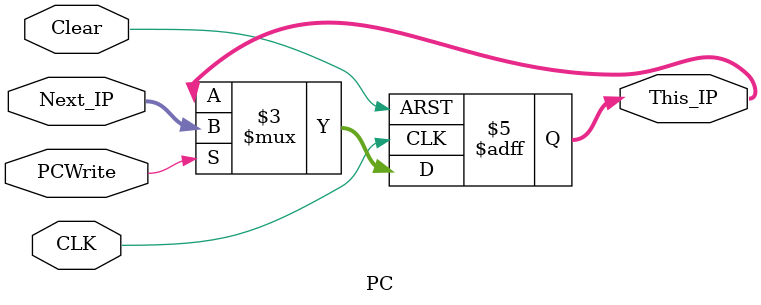
<source format=v>
`timescale 1ns / 1ps


module PC(
    input [31:0] Next_IP,
    input CLK,
    input Clear,
    input PCWrite,
    output reg [31:0] This_IP
    );
    always @(posedge CLK or posedge Clear)
    begin
        if(Clear)
        begin
            This_IP <= 0;
        end
        else
        if(PCWrite == 1)
        begin
            This_IP <= Next_IP;
        end
    end
endmodule

</source>
